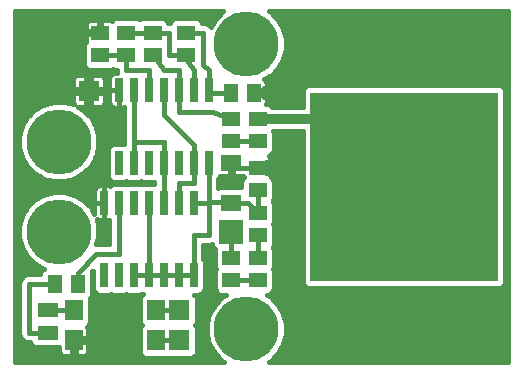
<source format=gbr>
G75*
%MOIN*%
%OFA0B0*%
%FSLAX24Y24*%
%IPPOS*%
%LPD*%
%AMOC8*
5,1,8,0,0,1.08239X$1,22.5*
%
%ADD10R,0.6250X0.6300*%
%ADD11R,0.0591X0.0512*%
%ADD12R,0.0512X0.0591*%
%ADD13R,0.0709X0.0551*%
%ADD14R,0.0260X0.0800*%
%ADD15R,0.0700X0.0500*%
%ADD16R,0.0610X0.0701*%
%ADD17R,0.0787X0.0787*%
%ADD18R,0.0709X0.0709*%
%ADD19C,0.0160*%
%ADD20C,0.0320*%
%ADD21C,0.0591*%
%ADD22C,0.2165*%
D10*
X013699Y006574D03*
D11*
X008824Y006450D03*
X008824Y007198D03*
X008824Y008075D03*
X007949Y008075D03*
X007949Y008823D03*
X008824Y008823D03*
X006449Y010950D03*
X006449Y011698D03*
X005324Y011698D03*
X005324Y010950D03*
X004449Y010950D03*
X004449Y011698D03*
X003574Y011698D03*
X003574Y010950D03*
X008824Y005698D03*
X008824Y004950D03*
X008824Y004198D03*
X008824Y003450D03*
X007949Y003450D03*
X007949Y004198D03*
D12*
X002823Y003324D03*
X002075Y003324D03*
X007950Y009699D03*
X008698Y009699D03*
D13*
X007949Y007368D03*
X007949Y006029D03*
D14*
X006699Y006034D03*
X006199Y006034D03*
X005699Y006034D03*
X005199Y006034D03*
X004699Y006034D03*
X004199Y006034D03*
X003699Y006034D03*
X004199Y007364D03*
X004699Y007364D03*
X005199Y007364D03*
X005699Y007364D03*
X006199Y007364D03*
X006699Y007364D03*
X007199Y007364D03*
X007199Y009784D03*
X006699Y009784D03*
X006199Y009784D03*
X005699Y009784D03*
X005199Y009784D03*
X004699Y009784D03*
X004199Y009784D03*
X004199Y003614D03*
X004699Y003614D03*
X005199Y003614D03*
X005699Y003614D03*
X006199Y003614D03*
X006699Y003614D03*
X003699Y003614D03*
D15*
X001824Y002449D03*
X001824Y001699D03*
D16*
X002696Y001449D03*
X002696Y002449D03*
X005452Y002449D03*
X005452Y001449D03*
D17*
X007949Y005074D03*
D18*
X006199Y002449D03*
X006199Y001449D03*
X012199Y008824D03*
X003199Y009761D03*
D19*
X000734Y012410D02*
X000734Y000734D01*
X007691Y000734D01*
X007637Y000765D01*
X007390Y001012D01*
X007216Y001313D01*
X007126Y001650D01*
X007126Y001998D01*
X007216Y002334D01*
X007390Y002636D01*
X007637Y002882D01*
X007761Y002954D01*
X007606Y002954D01*
X007517Y002990D01*
X007450Y003058D01*
X007413Y003146D01*
X007413Y003753D01*
X007443Y003824D01*
X007413Y003894D01*
X007413Y004482D01*
X007352Y004544D01*
X007315Y004632D01*
X007315Y004651D01*
X007262Y004629D01*
X007019Y004629D01*
X007019Y004163D01*
X007032Y004150D01*
X007069Y004061D01*
X007413Y004061D01*
X007413Y003902D02*
X007069Y003902D01*
X007069Y003744D02*
X007413Y003744D01*
X007413Y003585D02*
X007069Y003585D01*
X007069Y003427D02*
X007413Y003427D01*
X007413Y003268D02*
X007069Y003268D01*
X007069Y003166D02*
X007069Y004061D01*
X007019Y004219D02*
X007413Y004219D01*
X007413Y004378D02*
X007019Y004378D01*
X007019Y004536D02*
X007359Y004536D01*
X007199Y004949D02*
X006699Y004949D01*
X006699Y003614D01*
X006199Y003614D01*
X005699Y003614D01*
X005199Y003614D01*
X005199Y006034D01*
X005699Y006034D02*
X005699Y007364D01*
X005699Y008074D01*
X004699Y008074D01*
X004699Y007364D01*
X004379Y008003D02*
X004376Y008004D01*
X004021Y008004D01*
X003933Y007967D01*
X003865Y007900D01*
X003829Y007811D01*
X003829Y006916D01*
X003865Y006828D01*
X003933Y006760D01*
X004021Y006724D01*
X004376Y006724D01*
X004449Y006754D01*
X004521Y006724D01*
X004876Y006724D01*
X004949Y006754D01*
X005021Y006724D01*
X005376Y006724D01*
X005379Y006725D01*
X005379Y006673D01*
X005376Y006674D01*
X005021Y006674D01*
X004949Y006644D01*
X004876Y006674D01*
X004521Y006674D01*
X004449Y006644D01*
X004376Y006674D01*
X004021Y006674D01*
X003933Y006637D01*
X003897Y006602D01*
X003852Y006614D01*
X003699Y006614D01*
X003699Y006034D01*
X003699Y006034D01*
X003699Y006614D01*
X003545Y006614D01*
X003499Y006601D01*
X003458Y006578D01*
X003425Y006544D01*
X003401Y006503D01*
X003389Y006457D01*
X003389Y006034D01*
X003699Y006034D01*
X003699Y008074D01*
X003824Y008074D01*
X004199Y008075D01*
X004199Y009784D01*
X004199Y009204D01*
X004352Y009204D01*
X004379Y009211D01*
X004379Y008003D01*
X004379Y008023D02*
X003521Y008023D01*
X003521Y007900D02*
X003521Y008248D01*
X003431Y008584D01*
X003257Y008886D01*
X003011Y009132D01*
X002847Y009227D01*
X003119Y009227D01*
X003119Y009681D01*
X003279Y009681D01*
X003279Y009841D01*
X003733Y009841D01*
X003733Y010139D01*
X003721Y010185D01*
X003697Y010226D01*
X003664Y010260D01*
X003623Y010283D01*
X003577Y010296D01*
X003279Y010296D01*
X003279Y009841D01*
X003119Y009841D01*
X003119Y010296D01*
X002821Y010296D01*
X002775Y010283D01*
X002734Y010260D01*
X002700Y010226D01*
X002677Y010185D01*
X002664Y010139D01*
X002664Y009841D01*
X003119Y009841D01*
X003119Y009681D01*
X002664Y009681D01*
X002664Y009383D01*
X002677Y009337D01*
X002692Y009311D01*
X002373Y009396D01*
X002025Y009396D01*
X001688Y009306D01*
X001387Y009132D01*
X001140Y008886D01*
X000966Y008584D01*
X000876Y008248D01*
X000876Y007900D01*
X000966Y007563D01*
X001140Y007262D01*
X001387Y007015D01*
X001688Y006841D01*
X002025Y006751D01*
X002373Y006751D01*
X002709Y006841D01*
X003011Y007015D01*
X003257Y007262D01*
X003431Y007563D01*
X003521Y007900D01*
X003512Y007865D02*
X003851Y007865D01*
X003829Y007706D02*
X003470Y007706D01*
X003422Y007548D02*
X003829Y007548D01*
X003829Y007389D02*
X003331Y007389D01*
X003226Y007231D02*
X003829Y007231D01*
X003829Y007072D02*
X003068Y007072D01*
X002835Y006914D02*
X003830Y006914D01*
X003945Y006755D02*
X002388Y006755D01*
X002009Y006755D02*
X000734Y006755D01*
X000734Y006597D02*
X003491Y006597D01*
X003699Y006597D02*
X003699Y006597D01*
X003699Y006438D02*
X003699Y006438D01*
X003699Y006280D02*
X003699Y006280D01*
X003699Y006121D02*
X003699Y006121D01*
X003699Y006034D02*
X003699Y006034D01*
X003699Y005454D01*
X003852Y005454D01*
X003879Y005461D01*
X003879Y004644D01*
X003453Y004644D01*
X003521Y004900D01*
X003521Y005248D01*
X003456Y005492D01*
X003458Y005490D01*
X003499Y005466D01*
X003545Y005454D01*
X003699Y005454D01*
X003699Y006034D01*
X003699Y006034D01*
X003389Y006034D01*
X003389Y005658D01*
X003257Y005886D01*
X003011Y006132D01*
X002709Y006306D01*
X002373Y006396D01*
X002025Y006396D01*
X001688Y006306D01*
X001387Y006132D01*
X001140Y005886D01*
X000966Y005584D01*
X000876Y005248D01*
X000876Y004900D01*
X000966Y004563D01*
X001140Y004262D01*
X001387Y004015D01*
X001688Y003841D01*
X001712Y003835D01*
X001683Y003822D01*
X001615Y003755D01*
X001579Y003667D01*
X001579Y003644D01*
X001135Y003644D01*
X001017Y003595D01*
X000927Y003505D01*
X000879Y003387D01*
X000879Y001635D01*
X000927Y001517D01*
X001017Y001427D01*
X001135Y001379D01*
X001243Y001379D01*
X001270Y001313D01*
X001338Y001245D01*
X001426Y001209D01*
X002211Y001209D01*
X002211Y001075D01*
X002223Y001029D01*
X002247Y000988D01*
X002280Y000954D01*
X002321Y000931D01*
X002367Y000918D01*
X002623Y000918D01*
X002623Y001376D01*
X002768Y001376D01*
X002768Y000918D01*
X003025Y000918D01*
X003070Y000931D01*
X003111Y000954D01*
X003145Y000988D01*
X003169Y001029D01*
X003181Y001075D01*
X003181Y001376D01*
X002768Y001376D01*
X002768Y001521D01*
X003181Y001521D01*
X003181Y001823D01*
X003169Y001869D01*
X003147Y001905D01*
X003204Y001962D01*
X003241Y002051D01*
X003241Y002847D01*
X003240Y002850D01*
X003282Y002892D01*
X003319Y002981D01*
X003319Y003667D01*
X003297Y003719D01*
X003329Y003751D01*
X003329Y003166D01*
X003365Y003078D01*
X003433Y003010D01*
X003521Y002974D01*
X003876Y002974D01*
X003949Y003004D01*
X004021Y002974D01*
X004376Y002974D01*
X004449Y003004D01*
X004521Y002974D01*
X004876Y002974D01*
X004949Y003004D01*
X004993Y002985D01*
X004943Y002935D01*
X004907Y002847D01*
X004907Y002051D01*
X004943Y001962D01*
X004957Y001949D01*
X004943Y001935D01*
X004907Y001847D01*
X004907Y001051D01*
X004943Y000962D01*
X005011Y000895D01*
X005099Y000858D01*
X005787Y000858D01*
X005797Y000854D01*
X006601Y000854D01*
X006689Y000891D01*
X006756Y000958D01*
X006793Y001047D01*
X006793Y001851D01*
X006756Y001939D01*
X006747Y001949D01*
X006756Y001958D01*
X006793Y002047D01*
X006793Y002851D01*
X006756Y002939D01*
X006722Y002974D01*
X006876Y002974D01*
X006965Y003010D01*
X007032Y003078D01*
X007069Y003166D01*
X007045Y003110D02*
X007428Y003110D01*
X007547Y002793D02*
X006793Y002793D01*
X006793Y002634D02*
X007389Y002634D01*
X007298Y002476D02*
X006793Y002476D01*
X006793Y002317D02*
X007212Y002317D01*
X007169Y002159D02*
X006793Y002159D01*
X006774Y002000D02*
X007127Y002000D01*
X007126Y001842D02*
X006793Y001842D01*
X006793Y001683D02*
X007126Y001683D01*
X007159Y001525D02*
X006793Y001525D01*
X006793Y001366D02*
X007202Y001366D01*
X007277Y001208D02*
X006793Y001208D01*
X006793Y001049D02*
X007369Y001049D01*
X007511Y000891D02*
X006688Y000891D01*
X006199Y001449D02*
X005452Y001449D01*
X004907Y001525D02*
X003181Y001525D01*
X003181Y001683D02*
X004907Y001683D01*
X004907Y001842D02*
X003176Y001842D01*
X003220Y002000D02*
X004927Y002000D01*
X004907Y002159D02*
X003241Y002159D01*
X003241Y002317D02*
X004907Y002317D01*
X004907Y002476D02*
X003241Y002476D01*
X003241Y002634D02*
X004907Y002634D01*
X004907Y002793D02*
X003241Y002793D01*
X003306Y002951D02*
X004959Y002951D01*
X005452Y002449D02*
X006199Y002449D01*
X006744Y002951D02*
X007756Y002951D01*
X007949Y003450D02*
X008824Y003450D01*
X009359Y003427D02*
X010334Y003427D01*
X010334Y003376D02*
X010370Y003288D01*
X010438Y003220D01*
X010526Y003184D01*
X016871Y003184D01*
X016960Y003220D01*
X017027Y003288D01*
X017064Y003376D01*
X017064Y009771D01*
X017027Y009860D01*
X016960Y009927D01*
X016871Y009964D01*
X010526Y009964D01*
X010438Y009927D01*
X010370Y009860D01*
X010334Y009771D01*
X010334Y009224D01*
X009313Y009224D01*
X009255Y009282D01*
X009167Y009319D01*
X009113Y009319D01*
X009121Y009334D01*
X009134Y009380D01*
X009134Y009651D01*
X008746Y009651D01*
X008746Y009747D01*
X009134Y009747D01*
X009134Y010018D01*
X009121Y010063D01*
X009098Y010104D01*
X009064Y010138D01*
X009052Y010145D01*
X009261Y010265D01*
X009507Y010512D01*
X009681Y010813D01*
X009771Y011150D01*
X009771Y011498D01*
X009681Y011834D01*
X009507Y012136D01*
X009261Y012382D01*
X009213Y012410D01*
X017159Y012410D01*
X017159Y000734D01*
X009206Y000734D01*
X009261Y000765D01*
X009507Y001012D01*
X009681Y001313D01*
X009771Y001650D01*
X009771Y001998D01*
X009681Y002334D01*
X009507Y002636D01*
X009261Y002882D01*
X009137Y002954D01*
X009167Y002954D01*
X009255Y002990D01*
X009322Y003058D01*
X009359Y003146D01*
X009359Y003753D01*
X009330Y003824D01*
X009359Y003894D01*
X009359Y004501D01*
X009329Y004574D01*
X009359Y004646D01*
X009359Y005253D01*
X009330Y005324D01*
X009359Y005394D01*
X009359Y006001D01*
X009329Y006074D01*
X009359Y006146D01*
X009359Y006753D01*
X009322Y006842D01*
X009288Y006876D01*
X009299Y006918D01*
X009299Y007150D01*
X008872Y007150D01*
X008872Y007246D01*
X009299Y007246D01*
X009299Y007477D01*
X009287Y007523D01*
X009263Y007564D01*
X009229Y007598D01*
X009222Y007602D01*
X009255Y007615D01*
X009322Y007683D01*
X009359Y007771D01*
X009359Y008378D01*
X009340Y008424D01*
X010334Y008424D01*
X010334Y003376D01*
X010390Y003268D02*
X009359Y003268D01*
X009344Y003110D02*
X017159Y003110D01*
X017159Y003268D02*
X017008Y003268D01*
X017064Y003427D02*
X017159Y003427D01*
X017159Y003585D02*
X017064Y003585D01*
X017064Y003744D02*
X017159Y003744D01*
X017159Y003902D02*
X017064Y003902D01*
X017064Y004061D02*
X017159Y004061D01*
X017159Y004219D02*
X017064Y004219D01*
X017064Y004378D02*
X017159Y004378D01*
X017159Y004536D02*
X017064Y004536D01*
X017064Y004695D02*
X017159Y004695D01*
X017159Y004853D02*
X017064Y004853D01*
X017064Y005012D02*
X017159Y005012D01*
X017159Y005170D02*
X017064Y005170D01*
X017064Y005329D02*
X017159Y005329D01*
X017159Y005487D02*
X017064Y005487D01*
X017064Y005646D02*
X017159Y005646D01*
X017159Y005804D02*
X017064Y005804D01*
X017064Y005963D02*
X017159Y005963D01*
X017159Y006121D02*
X017064Y006121D01*
X017064Y006280D02*
X017159Y006280D01*
X017159Y006438D02*
X017064Y006438D01*
X017064Y006597D02*
X017159Y006597D01*
X017159Y006755D02*
X017064Y006755D01*
X017064Y006914D02*
X017159Y006914D01*
X017159Y007072D02*
X017064Y007072D01*
X017064Y007231D02*
X017159Y007231D01*
X017159Y007389D02*
X017064Y007389D01*
X017064Y007548D02*
X017159Y007548D01*
X017159Y007706D02*
X017064Y007706D01*
X017064Y007865D02*
X017159Y007865D01*
X017159Y008023D02*
X017064Y008023D01*
X017064Y008182D02*
X017159Y008182D01*
X017159Y008340D02*
X017064Y008340D01*
X017064Y008499D02*
X017159Y008499D01*
X017159Y008657D02*
X017064Y008657D01*
X017064Y008816D02*
X017159Y008816D01*
X017159Y008974D02*
X017064Y008974D01*
X017064Y009133D02*
X017159Y009133D01*
X017159Y009291D02*
X017064Y009291D01*
X017064Y009450D02*
X017159Y009450D01*
X017159Y009608D02*
X017064Y009608D01*
X017064Y009767D02*
X017159Y009767D01*
X017159Y009925D02*
X016962Y009925D01*
X017159Y010084D02*
X009110Y010084D01*
X009134Y009925D02*
X010436Y009925D01*
X010334Y009767D02*
X009134Y009767D01*
X009134Y009608D02*
X010334Y009608D01*
X010334Y009450D02*
X009134Y009450D01*
X009233Y009291D02*
X010334Y009291D01*
X010334Y008340D02*
X009359Y008340D01*
X009359Y008182D02*
X010334Y008182D01*
X010334Y008023D02*
X009359Y008023D01*
X009359Y007865D02*
X010334Y007865D01*
X010334Y007706D02*
X009332Y007706D01*
X009273Y007548D02*
X010334Y007548D01*
X010334Y007389D02*
X009299Y007389D01*
X008872Y007231D02*
X010334Y007231D01*
X010334Y007072D02*
X009299Y007072D01*
X009298Y006914D02*
X010334Y006914D01*
X010334Y006755D02*
X009358Y006755D01*
X009359Y006597D02*
X010334Y006597D01*
X010334Y006438D02*
X009359Y006438D01*
X009359Y006280D02*
X010334Y006280D01*
X010334Y006121D02*
X009349Y006121D01*
X009359Y005963D02*
X010334Y005963D01*
X010334Y005804D02*
X009359Y005804D01*
X009359Y005646D02*
X010334Y005646D01*
X010334Y005487D02*
X009359Y005487D01*
X009332Y005329D02*
X010334Y005329D01*
X010334Y005170D02*
X009359Y005170D01*
X009359Y005012D02*
X010334Y005012D01*
X010334Y004853D02*
X009359Y004853D01*
X009359Y004695D02*
X010334Y004695D01*
X010334Y004536D02*
X009345Y004536D01*
X009359Y004378D02*
X010334Y004378D01*
X010334Y004219D02*
X009359Y004219D01*
X009359Y004061D02*
X010334Y004061D01*
X010334Y003902D02*
X009359Y003902D01*
X009359Y003744D02*
X010334Y003744D01*
X010334Y003585D02*
X009359Y003585D01*
X008824Y004198D02*
X008824Y004950D01*
X007949Y005074D02*
X007949Y004198D01*
X007199Y004949D02*
X007199Y006034D01*
X006699Y006034D01*
X007199Y006034D02*
X007199Y006074D01*
X007904Y006074D01*
X007949Y006029D01*
X008492Y006029D01*
X008824Y005698D01*
X008824Y006450D01*
X008288Y006545D02*
X007547Y006545D01*
X007519Y006533D01*
X007519Y006814D01*
X007532Y006828D01*
X007568Y006913D01*
X007571Y006912D01*
X007891Y006912D01*
X007891Y007310D01*
X008006Y007310D01*
X008006Y006912D01*
X008327Y006912D01*
X008348Y006918D01*
X008360Y006876D01*
X008325Y006842D01*
X008288Y006753D01*
X008288Y006545D01*
X008288Y006597D02*
X007519Y006597D01*
X007519Y006755D02*
X008289Y006755D01*
X008332Y006914D02*
X008350Y006914D01*
X008348Y006918D02*
X008348Y006918D01*
X008006Y006914D02*
X007891Y006914D01*
X007891Y007072D02*
X008006Y007072D01*
X007949Y007198D02*
X008824Y007198D01*
X008006Y007231D02*
X007891Y007231D01*
X007949Y007198D02*
X007949Y007368D01*
X007199Y007364D02*
X007199Y006074D01*
X006699Y006699D02*
X006199Y006699D01*
X006199Y006034D01*
X006699Y006699D02*
X006699Y007364D01*
X006699Y007949D01*
X005699Y008949D01*
X005699Y009784D01*
X005199Y009784D02*
X005199Y010449D01*
X004449Y010449D01*
X004449Y010950D01*
X003574Y010950D01*
X003574Y010949D01*
X003038Y010876D02*
X000734Y010876D01*
X000734Y010718D02*
X003038Y010718D01*
X003038Y010646D02*
X003075Y010558D01*
X003142Y010490D01*
X003231Y010454D01*
X003917Y010454D01*
X004005Y010490D01*
X004011Y010497D01*
X004017Y010490D01*
X004106Y010454D01*
X004129Y010454D01*
X004129Y010385D01*
X004138Y010364D01*
X004045Y010364D01*
X003999Y010351D01*
X003958Y010328D01*
X003925Y010294D01*
X003901Y010253D01*
X003889Y010207D01*
X003889Y009784D01*
X004199Y009784D01*
X004199Y009784D01*
X004199Y009784D01*
X004199Y009204D01*
X004045Y009204D01*
X003999Y009216D01*
X003958Y009240D01*
X003925Y009273D01*
X003901Y009314D01*
X003889Y009360D01*
X003889Y009784D01*
X004199Y009784D01*
X004199Y009767D02*
X004199Y009767D01*
X004199Y009608D02*
X004199Y009608D01*
X004199Y009450D02*
X004199Y009450D01*
X004199Y009291D02*
X004199Y009291D01*
X004379Y009133D02*
X003010Y009133D01*
X003119Y009291D02*
X003279Y009291D01*
X003279Y009227D02*
X003577Y009227D01*
X003623Y009239D01*
X003664Y009263D01*
X003697Y009296D01*
X003721Y009337D01*
X003733Y009383D01*
X003733Y009681D01*
X003279Y009681D01*
X003279Y009227D01*
X003279Y009450D02*
X003119Y009450D01*
X003119Y009608D02*
X003279Y009608D01*
X003279Y009767D02*
X003889Y009767D01*
X003889Y009925D02*
X003733Y009925D01*
X003733Y010084D02*
X003889Y010084D01*
X003898Y010242D02*
X003681Y010242D01*
X003279Y010242D02*
X003119Y010242D01*
X003119Y010084D02*
X003279Y010084D01*
X003279Y009925D02*
X003119Y009925D01*
X003119Y009767D02*
X000734Y009767D01*
X000734Y009925D02*
X002664Y009925D01*
X002664Y010084D02*
X000734Y010084D01*
X000734Y010242D02*
X002716Y010242D01*
X003074Y010559D02*
X000734Y010559D01*
X000734Y010401D02*
X004129Y010401D01*
X004699Y009784D02*
X004699Y008074D01*
X004379Y008182D02*
X003521Y008182D01*
X003497Y008340D02*
X004379Y008340D01*
X004379Y008499D02*
X003454Y008499D01*
X003389Y008657D02*
X004379Y008657D01*
X004379Y008816D02*
X003298Y008816D01*
X003169Y008974D02*
X004379Y008974D01*
X003914Y009291D02*
X003692Y009291D01*
X003733Y009450D02*
X003889Y009450D01*
X003889Y009608D02*
X003733Y009608D01*
X002664Y009608D02*
X000734Y009608D01*
X000734Y009450D02*
X002664Y009450D01*
X001662Y009291D02*
X000734Y009291D01*
X000734Y009133D02*
X001388Y009133D01*
X001229Y008974D02*
X000734Y008974D01*
X000734Y008816D02*
X001100Y008816D01*
X001008Y008657D02*
X000734Y008657D01*
X000734Y008499D02*
X000943Y008499D01*
X000901Y008340D02*
X000734Y008340D01*
X000734Y008182D02*
X000876Y008182D01*
X000876Y008023D02*
X000734Y008023D01*
X000734Y007865D02*
X000885Y007865D01*
X000928Y007706D02*
X000734Y007706D01*
X000734Y007548D02*
X000975Y007548D01*
X001067Y007389D02*
X000734Y007389D01*
X000734Y007231D02*
X001171Y007231D01*
X001330Y007072D02*
X000734Y007072D01*
X000734Y006914D02*
X001563Y006914D01*
X000734Y006438D02*
X003389Y006438D01*
X003389Y006280D02*
X002755Y006280D01*
X003022Y006121D02*
X003389Y006121D01*
X003389Y005963D02*
X003180Y005963D01*
X003304Y005804D02*
X003389Y005804D01*
X003699Y005804D02*
X003699Y005804D01*
X003699Y005963D02*
X003699Y005963D01*
X003699Y005646D02*
X003699Y005646D01*
X003699Y005487D02*
X003699Y005487D01*
X003462Y005487D02*
X003457Y005487D01*
X003500Y005329D02*
X003879Y005329D01*
X003879Y005170D02*
X003521Y005170D01*
X003521Y005012D02*
X003879Y005012D01*
X003879Y004853D02*
X003509Y004853D01*
X003466Y004695D02*
X003879Y004695D01*
X004199Y004324D02*
X003449Y004324D01*
X002824Y003699D01*
X002823Y003324D01*
X003319Y003268D02*
X003329Y003268D01*
X003319Y003110D02*
X003352Y003110D01*
X003329Y003427D02*
X003319Y003427D01*
X003319Y003585D02*
X003329Y003585D01*
X003321Y003744D02*
X003329Y003744D01*
X004199Y004324D02*
X004199Y006034D01*
X001642Y006280D02*
X000734Y006280D01*
X000734Y006121D02*
X001376Y006121D01*
X001217Y005963D02*
X000734Y005963D01*
X000734Y005804D02*
X001093Y005804D01*
X001002Y005646D02*
X000734Y005646D01*
X000734Y005487D02*
X000940Y005487D01*
X000898Y005329D02*
X000734Y005329D01*
X000734Y005170D02*
X000876Y005170D01*
X000876Y005012D02*
X000734Y005012D01*
X000734Y004853D02*
X000888Y004853D01*
X000931Y004695D02*
X000734Y004695D01*
X000734Y004536D02*
X000982Y004536D01*
X001073Y004378D02*
X000734Y004378D01*
X000734Y004219D02*
X001183Y004219D01*
X001341Y004061D02*
X000734Y004061D01*
X000734Y003902D02*
X001582Y003902D01*
X001611Y003744D02*
X000734Y003744D01*
X000734Y003585D02*
X001008Y003585D01*
X000895Y003427D02*
X000734Y003427D01*
X000734Y003268D02*
X000879Y003268D01*
X000879Y003110D02*
X000734Y003110D01*
X000734Y002951D02*
X000879Y002951D01*
X000879Y002793D02*
X000734Y002793D01*
X000734Y002634D02*
X000879Y002634D01*
X000879Y002476D02*
X000734Y002476D01*
X000734Y002317D02*
X000879Y002317D01*
X000879Y002159D02*
X000734Y002159D01*
X000734Y002000D02*
X000879Y002000D01*
X000879Y001842D02*
X000734Y001842D01*
X000734Y001683D02*
X000879Y001683D01*
X000924Y001525D02*
X000734Y001525D01*
X000734Y001366D02*
X001248Y001366D01*
X001199Y001699D02*
X001824Y001699D01*
X002211Y001208D02*
X000734Y001208D01*
X000734Y001049D02*
X002217Y001049D01*
X002623Y001049D02*
X002768Y001049D01*
X002768Y001208D02*
X002623Y001208D01*
X002623Y001366D02*
X002768Y001366D01*
X003181Y001366D02*
X004907Y001366D01*
X004907Y001208D02*
X003181Y001208D01*
X003174Y001049D02*
X004907Y001049D01*
X005021Y000891D02*
X000734Y000891D01*
X001199Y001699D02*
X001199Y003324D01*
X002075Y003324D01*
X001824Y002449D02*
X002696Y002449D01*
X004699Y003614D02*
X005199Y003614D01*
X009141Y002951D02*
X017159Y002951D01*
X017159Y002793D02*
X009350Y002793D01*
X009508Y002634D02*
X017159Y002634D01*
X017159Y002476D02*
X009600Y002476D01*
X009686Y002317D02*
X017159Y002317D01*
X017159Y002159D02*
X009728Y002159D01*
X009771Y002000D02*
X017159Y002000D01*
X017159Y001842D02*
X009771Y001842D01*
X009771Y001683D02*
X017159Y001683D01*
X017159Y001525D02*
X009738Y001525D01*
X009695Y001366D02*
X017159Y001366D01*
X017159Y001208D02*
X009620Y001208D01*
X009529Y001049D02*
X017159Y001049D01*
X017159Y000891D02*
X009386Y000891D01*
X008824Y008075D02*
X007949Y008075D01*
X007949Y008823D02*
X007325Y009073D01*
X007324Y009074D01*
X006199Y009074D01*
X006199Y009784D01*
X006199Y010449D01*
X005699Y010449D01*
X005324Y010950D01*
X005886Y010949D02*
X006324Y010949D01*
X006699Y010449D01*
X006699Y009784D01*
X007199Y009784D02*
X007199Y009699D01*
X007199Y009698D01*
X007199Y009699D02*
X007950Y009699D01*
X007199Y009784D02*
X007199Y010449D01*
X007011Y010636D01*
X007011Y011698D01*
X006449Y011698D01*
X006977Y012018D02*
X006947Y012090D01*
X006880Y012157D01*
X006792Y012194D01*
X006106Y012194D01*
X006017Y012157D01*
X005950Y012090D01*
X005920Y012018D01*
X005852Y012018D01*
X005822Y012090D01*
X005755Y012157D01*
X005667Y012194D01*
X004981Y012194D01*
X004892Y012157D01*
X004886Y012151D01*
X004880Y012157D01*
X004792Y012194D01*
X004106Y012194D01*
X004017Y012157D01*
X003966Y012106D01*
X003938Y012121D01*
X003893Y012134D01*
X003622Y012134D01*
X003622Y011746D01*
X003526Y011746D01*
X003526Y012134D01*
X003255Y012134D01*
X003209Y012121D01*
X003168Y012098D01*
X003134Y012064D01*
X003111Y012023D01*
X003098Y011977D01*
X003098Y011746D01*
X003526Y011746D01*
X003526Y011650D01*
X003098Y011650D01*
X003098Y011418D01*
X003110Y011376D01*
X003075Y011342D01*
X003038Y011253D01*
X003038Y010646D01*
X003038Y011035D02*
X000734Y011035D01*
X000734Y011193D02*
X003038Y011193D01*
X003085Y011352D02*
X000734Y011352D01*
X000734Y011510D02*
X003098Y011510D01*
X003098Y011827D02*
X000734Y011827D01*
X000734Y011669D02*
X003526Y011669D01*
X003526Y011827D02*
X003622Y011827D01*
X003622Y011986D02*
X003526Y011986D01*
X003101Y011986D02*
X000734Y011986D01*
X000734Y012144D02*
X004005Y012144D01*
X004449Y011698D02*
X005324Y011698D01*
X005886Y011698D01*
X005886Y010949D01*
X006324Y010949D02*
X006449Y010950D01*
X007257Y011905D02*
X007192Y011969D01*
X007075Y012018D01*
X006977Y012018D01*
X006893Y012144D02*
X007399Y012144D01*
X007390Y012136D02*
X007257Y011905D01*
X007304Y011986D02*
X007152Y011986D01*
X007390Y012136D02*
X007637Y012382D01*
X007684Y012410D01*
X000734Y012410D01*
X000734Y012303D02*
X007557Y012303D01*
X006005Y012144D02*
X005768Y012144D01*
X009221Y010242D02*
X017159Y010242D01*
X017159Y010401D02*
X009396Y010401D01*
X009535Y010559D02*
X017159Y010559D01*
X017159Y010718D02*
X009626Y010718D01*
X009698Y010876D02*
X017159Y010876D01*
X017159Y011035D02*
X009741Y011035D01*
X009771Y011193D02*
X017159Y011193D01*
X017159Y011352D02*
X009771Y011352D01*
X009768Y011510D02*
X017159Y011510D01*
X017159Y011669D02*
X009726Y011669D01*
X009683Y011827D02*
X017159Y011827D01*
X017159Y011986D02*
X009594Y011986D01*
X009499Y012144D02*
X017159Y012144D01*
X017159Y012303D02*
X009340Y012303D01*
X008824Y008824D02*
X008824Y008823D01*
D20*
X008824Y008824D02*
X012199Y008824D01*
D21*
X009199Y009699D03*
X009199Y007199D03*
X002324Y011824D03*
D22*
X002199Y008074D03*
X002199Y005074D03*
X008449Y001824D03*
X008449Y011324D03*
M02*

</source>
